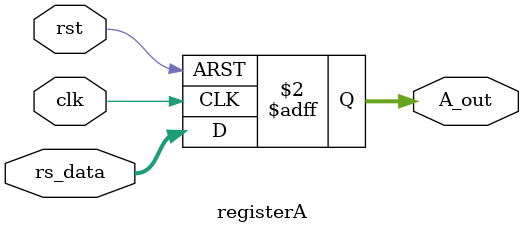
<source format=v>
module registerA(input clk,input rst, input [31:0]rs_data,
	output reg[31:0]A_out
    );
	always@(posedge clk or posedge rst)begin
		if(rst)
			A_out<=0;
		else
			A_out<=rs_data;
	end

endmodule

</source>
